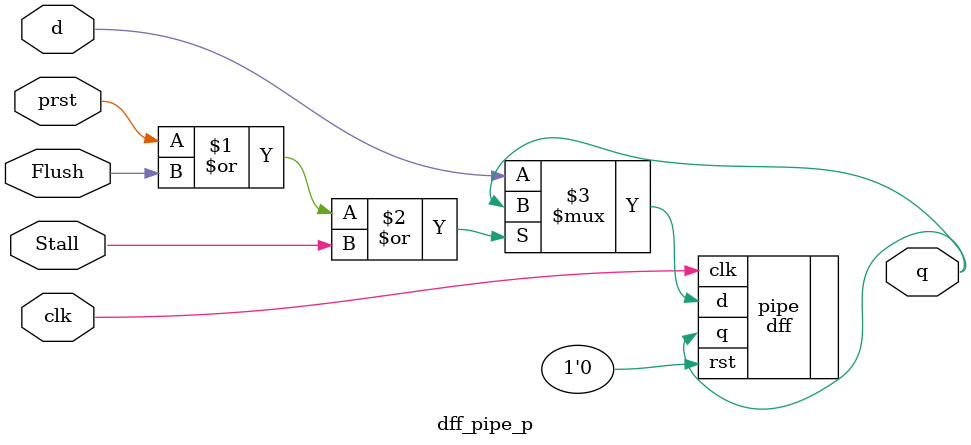
<source format=v>
/********************************************************************************************************
/		MODULE: dff_pipe_p
/		PURPOSE: dff for pipeline stages with prst
/
/		INPUTS: clk - Clock
/				prst - Preset
/				Flush - Clear the register ??Asynchrnous??
/				Stall - Keep values
/				d - Value to store
/
/		OUTPUTS: q - Value stored
********************************************************************************************************/
module dff_pipe_p(clk, prst, Flush, Stall, d, q);

input clk;
input prst;
input Flush;
input Stall;
input d;

output q;

dff pipe(.q(q), .d(prst | Flush | Stall ? q : d), .clk(clk), .rst(1'b0));   //TODO: Check this logic out, d

endmodule
</source>
